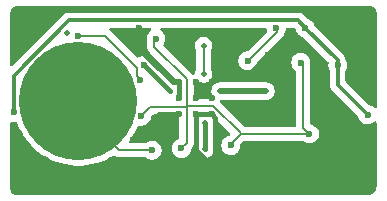
<source format=gbr>
%TF.GenerationSoftware,KiCad,Pcbnew,9.0.0*%
%TF.CreationDate,2025-06-27T23:21:56-04:00*%
%TF.ProjectId,microkey,6d696372-6f6b-4657-992e-6b696361645f,rev?*%
%TF.SameCoordinates,Original*%
%TF.FileFunction,Copper,L1,Top*%
%TF.FilePolarity,Positive*%
%FSLAX46Y46*%
G04 Gerber Fmt 4.6, Leading zero omitted, Abs format (unit mm)*
G04 Created by KiCad (PCBNEW 9.0.0) date 2025-06-27 23:21:56*
%MOMM*%
%LPD*%
G01*
G04 APERTURE LIST*
%TA.AperFunction,ComponentPad*%
%ADD10C,0.600000*%
%TD*%
%TA.AperFunction,SMDPad,CuDef*%
%ADD11C,10.000000*%
%TD*%
%TA.AperFunction,ComponentPad*%
%ADD12O,2.400000X1.200000*%
%TD*%
%TA.AperFunction,ViaPad*%
%ADD13C,0.600000*%
%TD*%
%TA.AperFunction,ViaPad*%
%ADD14C,0.500000*%
%TD*%
%TA.AperFunction,Conductor*%
%ADD15C,0.400000*%
%TD*%
%TA.AperFunction,Conductor*%
%ADD16C,0.300000*%
%TD*%
%TA.AperFunction,Conductor*%
%ADD17C,0.200000*%
%TD*%
%TA.AperFunction,Conductor*%
%ADD18C,0.500000*%
%TD*%
G04 APERTURE END LIST*
D10*
%TO.P,U1,61,GND*%
%TO.N,GND*%
X202690000Y-108175000D03*
X204065000Y-105425000D03*
X201315000Y-106800000D03*
X204065000Y-108175000D03*
X202690000Y-105425000D03*
X204065000Y-106800000D03*
X201315000Y-105425000D03*
X202690000Y-106800000D03*
X201315000Y-108175000D03*
%TD*%
D11*
%TO.P,J1,1,Pin_1*%
%TO.N,/GPIO10*%
X192760297Y-107000000D03*
%TD*%
D12*
%TO.P,USB1,26,SHELL*%
%TO.N,GND*%
X216349999Y-111275000D03*
%TO.P,USB1,25,SHELL*%
X216349999Y-102725000D03*
%TD*%
D13*
%TO.N,GND*%
X197925000Y-100849000D03*
%TO.N,VBUS*%
X187300000Y-108000000D03*
D14*
%TO.N,+1V1*%
X204775000Y-106200000D03*
X203500000Y-108900000D03*
X203350000Y-104750000D03*
D13*
%TO.N,GND*%
X198150000Y-102871740D03*
%TO.N,/RUN*%
X192750000Y-101500000D03*
X198000000Y-105250000D03*
%TO.N,GND*%
X197375000Y-110375000D03*
%TO.N,+1V1*%
X198314999Y-103999843D03*
%TO.N,GND*%
X213028798Y-104801385D03*
X217250000Y-109750000D03*
X217000000Y-104250000D03*
X196000000Y-114700000D03*
X211500000Y-111250000D03*
X192500000Y-99300000D03*
X204250000Y-99300000D03*
D14*
X191795685Y-101249000D03*
D13*
X216000000Y-103690000D03*
%TO.N,VBUS*%
X217240000Y-108200000D03*
%TO.N,GND*%
X207575000Y-114600000D03*
%TO.N,VBUS*%
X214720000Y-104010000D03*
%TO.N,GND*%
X213710000Y-100330000D03*
%TO.N,VBUS*%
X211970000Y-100850000D03*
%TO.N,GND*%
X208470000Y-112540000D03*
X208770000Y-103180000D03*
%TO.N,/VREG_AVDD*%
X209510000Y-100849000D03*
X207099733Y-103622821D03*
D14*
%TO.N,+1V1*%
X203498655Y-111098730D03*
X200540000Y-106165232D03*
X203350000Y-102350000D03*
%TO.N,GND*%
X197250000Y-112750000D03*
D13*
%TO.N,/GPIO10*%
X199000000Y-111200000D03*
D14*
%TO.N,+1V1*%
X208070000Y-106200000D03*
X208620000Y-106200000D03*
D13*
%TO.N,+3V3*%
X201480682Y-111057531D03*
X199325000Y-101750000D03*
X198096654Y-108331660D03*
X212320000Y-109830251D03*
X205660522Y-110805354D03*
X211591000Y-103781000D03*
%TD*%
D15*
%TO.N,GND*%
X200731520Y-105425000D02*
X201315000Y-105425000D01*
X198178260Y-102871740D02*
X200731520Y-105425000D01*
X198150000Y-102871740D02*
X198178260Y-102871740D01*
X197230000Y-101951740D02*
X197230000Y-101544000D01*
X198150000Y-102871740D02*
X197230000Y-101951740D01*
X197230000Y-101544000D02*
X197925000Y-100849000D01*
D16*
%TO.N,VBUS*%
X211319000Y-100199000D02*
X211970000Y-100850000D01*
X191993840Y-100199000D02*
X211319000Y-100199000D01*
X187300000Y-104892840D02*
X191993840Y-100199000D01*
X187300000Y-108000000D02*
X187300000Y-104892840D01*
D17*
%TO.N,+3V3*%
X201791000Y-107575000D02*
X201916000Y-107450000D01*
X198096654Y-108331660D02*
X198853314Y-107575000D01*
X198853314Y-107575000D02*
X201791000Y-107575000D01*
D18*
%TO.N,+1V1*%
X204775000Y-106200000D02*
X207950000Y-106200000D01*
D15*
X203500000Y-111097385D02*
X203500000Y-108900000D01*
X203498655Y-111098730D02*
X203500000Y-111097385D01*
D17*
X203350000Y-102350000D02*
X203350000Y-104750000D01*
D15*
%TO.N,GND*%
X206355000Y-113380000D02*
X204859271Y-113380000D01*
X204859271Y-113380000D02*
X204064635Y-112585365D01*
X207575000Y-114600000D02*
X206355000Y-113380000D01*
X207100000Y-104850000D02*
X208770000Y-103180000D01*
X204640000Y-104850000D02*
X207100000Y-104850000D01*
X202690000Y-106800000D02*
X204640000Y-104850000D01*
X201315000Y-108175000D02*
X199575000Y-108175000D01*
X199575000Y-108175000D02*
X197375000Y-110375000D01*
X201315000Y-106800000D02*
X201315000Y-105425000D01*
X202690000Y-111210729D02*
X204064635Y-112585365D01*
X202690000Y-108175000D02*
X204065000Y-108175000D01*
X202690000Y-108175000D02*
X202690000Y-111210729D01*
D17*
%TO.N,/RUN*%
X195000000Y-101500000D02*
X192750000Y-101500000D01*
X195250000Y-101750000D02*
X195000000Y-101500000D01*
X197714000Y-104964000D02*
X197714000Y-104214000D01*
X198000000Y-105250000D02*
X197714000Y-104964000D01*
X197714000Y-104214000D02*
X195250000Y-101750000D01*
%TO.N,/GPIO10*%
X192500000Y-107500000D02*
X192500000Y-107260297D01*
X199000000Y-111200000D02*
X196200000Y-111200000D01*
X192500000Y-107260297D02*
X192760297Y-107000000D01*
X196200000Y-111200000D02*
X192500000Y-107500000D01*
D16*
%TO.N,VBUS*%
X214720000Y-105680000D02*
X217240000Y-108200000D01*
X214720000Y-104010000D02*
X214720000Y-105680000D01*
X214720000Y-103600000D02*
X214720000Y-104010000D01*
X214720000Y-103600000D02*
X211970000Y-100850000D01*
D17*
%TO.N,GND*%
X215983500Y-109750000D02*
X215983500Y-110925001D01*
X215983500Y-109750000D02*
X215983500Y-110000001D01*
X215983500Y-110000001D02*
X216983500Y-111000001D01*
X215983500Y-110925001D02*
X216333499Y-111275000D01*
D18*
%TO.N,+1V1*%
X208070000Y-106200000D02*
X208620000Y-106200000D01*
D17*
%TO.N,+3V3*%
X201916000Y-110622213D02*
X201480682Y-111057531D01*
X205660522Y-110669478D02*
X205660522Y-110805354D01*
X201916000Y-107450000D02*
X204189943Y-107450000D01*
X206499749Y-109759806D02*
X206499749Y-109830251D01*
X211775000Y-103965000D02*
X211775000Y-109285251D01*
X211591000Y-103781000D02*
X211775000Y-103965000D01*
X204189943Y-107450000D02*
X206499749Y-109759806D01*
X201916000Y-107450000D02*
X201916000Y-110622213D01*
X212320000Y-109830251D02*
X206499749Y-109830251D01*
X211775000Y-109285251D02*
X212320000Y-109830251D01*
X206499749Y-109830251D02*
X205660522Y-110669478D01*
%TO.N,/VREG_AVDD*%
X209590000Y-101190000D02*
X207157179Y-103622821D01*
X209590000Y-100929000D02*
X209590000Y-101190000D01*
X209510000Y-100849000D02*
X209590000Y-100929000D01*
X207157179Y-103622821D02*
X207099733Y-103622821D01*
D15*
%TO.N,GND*%
X204365000Y-112285000D02*
X204064635Y-112585365D01*
X204065000Y-108175000D02*
X204365000Y-108475000D01*
X204365000Y-108475000D02*
X204365000Y-112285000D01*
%TO.N,+1V1*%
X198610156Y-104295000D02*
X198314999Y-103999843D01*
X198615000Y-104295000D02*
X198610156Y-104295000D01*
X200485232Y-106165232D02*
X198615000Y-104295000D01*
X200540000Y-106165232D02*
X200485232Y-106165232D01*
D17*
%TO.N,+3V3*%
X201916000Y-105176057D02*
X201916000Y-107450000D01*
X199189943Y-102450000D02*
X201916000Y-105176057D01*
X199189943Y-101885057D02*
X199189943Y-102450000D01*
X199325000Y-101750000D02*
X199189943Y-101885057D01*
%TD*%
%TA.AperFunction,Conductor*%
%TO.N,GND*%
G36*
X208621769Y-100858196D02*
G01*
X208651924Y-100864857D01*
X208655002Y-100867955D01*
X208659191Y-100869185D01*
X208679405Y-100892513D01*
X208701172Y-100914419D01*
X208703241Y-100920021D01*
X208704946Y-100921989D01*
X208711751Y-100943062D01*
X208713401Y-100947527D01*
X208713605Y-100948482D01*
X208740263Y-101082497D01*
X208744510Y-101092750D01*
X208746877Y-101103800D01*
X208741672Y-101173475D01*
X208713309Y-101217454D01*
X207144763Y-102786002D01*
X207083440Y-102819487D01*
X207057082Y-102822321D01*
X207020888Y-102822321D01*
X206866243Y-102853082D01*
X206866231Y-102853085D01*
X206720560Y-102913423D01*
X206720547Y-102913430D01*
X206589444Y-103001031D01*
X206589440Y-103001034D01*
X206477946Y-103112528D01*
X206477943Y-103112532D01*
X206390342Y-103243635D01*
X206390335Y-103243648D01*
X206329997Y-103389319D01*
X206329994Y-103389331D01*
X206299233Y-103543974D01*
X206299233Y-103701667D01*
X206329994Y-103856310D01*
X206329997Y-103856322D01*
X206390335Y-104001993D01*
X206390342Y-104002006D01*
X206477943Y-104133109D01*
X206477946Y-104133113D01*
X206589440Y-104244607D01*
X206589444Y-104244610D01*
X206720547Y-104332211D01*
X206720560Y-104332218D01*
X206858061Y-104389172D01*
X206866236Y-104392558D01*
X207020886Y-104423320D01*
X207020889Y-104423321D01*
X207020891Y-104423321D01*
X207178577Y-104423321D01*
X207178578Y-104423320D01*
X207333230Y-104392558D01*
X207478912Y-104332215D01*
X207610022Y-104244610D01*
X207721522Y-104133110D01*
X207809127Y-104002000D01*
X207869470Y-103856318D01*
X207886106Y-103772679D01*
X207918488Y-103710772D01*
X207919983Y-103709250D01*
X209948506Y-101680728D01*
X209948511Y-101680724D01*
X209958714Y-101670520D01*
X209958716Y-101670520D01*
X210070520Y-101558716D01*
X210149577Y-101421784D01*
X210184145Y-101292772D01*
X210200818Y-101255978D01*
X210219394Y-101228179D01*
X210279737Y-101082497D01*
X210293312Y-101014253D01*
X210306231Y-100949308D01*
X210338616Y-100887397D01*
X210399332Y-100852823D01*
X210427848Y-100849500D01*
X210998192Y-100849500D01*
X211027632Y-100858144D01*
X211057619Y-100864668D01*
X211062634Y-100868422D01*
X211065231Y-100869185D01*
X211085873Y-100885819D01*
X211152984Y-100952930D01*
X211186469Y-101014253D01*
X211186920Y-101016420D01*
X211200261Y-101083489D01*
X211200264Y-101083501D01*
X211260602Y-101229172D01*
X211260609Y-101229185D01*
X211348210Y-101360288D01*
X211348213Y-101360292D01*
X211459707Y-101471786D01*
X211459711Y-101471789D01*
X211590814Y-101559390D01*
X211590827Y-101559397D01*
X211678230Y-101595599D01*
X211736503Y-101619737D01*
X211803580Y-101633079D01*
X211865490Y-101665463D01*
X211867069Y-101667015D01*
X213907758Y-103707704D01*
X213941243Y-103769027D01*
X213941694Y-103819576D01*
X213919500Y-103931153D01*
X213919500Y-104088846D01*
X213950261Y-104243489D01*
X213950264Y-104243501D01*
X214010602Y-104389172D01*
X214010606Y-104389179D01*
X214048602Y-104446044D01*
X214069480Y-104512721D01*
X214069500Y-104514935D01*
X214069500Y-105744069D01*
X214072726Y-105760288D01*
X214075963Y-105776557D01*
X214075963Y-105776560D01*
X214094497Y-105869736D01*
X214094499Y-105869744D01*
X214126217Y-105946319D01*
X214143535Y-105988127D01*
X214214723Y-106094669D01*
X214214726Y-106094673D01*
X214214727Y-106094674D01*
X216422983Y-108302929D01*
X216456468Y-108364252D01*
X216456919Y-108366418D01*
X216470261Y-108433491D01*
X216470263Y-108433499D01*
X216530602Y-108579172D01*
X216530609Y-108579185D01*
X216618210Y-108710288D01*
X216618213Y-108710292D01*
X216729707Y-108821786D01*
X216729711Y-108821789D01*
X216860814Y-108909390D01*
X216860827Y-108909397D01*
X216967180Y-108953449D01*
X217006503Y-108969737D01*
X217146076Y-108997500D01*
X217161153Y-109000499D01*
X217161156Y-109000500D01*
X217161158Y-109000500D01*
X217318844Y-109000500D01*
X217318845Y-109000499D01*
X217473497Y-108969737D01*
X217619179Y-108909394D01*
X217750289Y-108821789D01*
X217757549Y-108814529D01*
X217787819Y-108784260D01*
X217849142Y-108750775D01*
X217918834Y-108755759D01*
X217974767Y-108797631D01*
X217999184Y-108863095D01*
X217999500Y-108871941D01*
X217999500Y-114243907D01*
X217998903Y-114256061D01*
X217986296Y-114384064D01*
X217981554Y-114407906D01*
X217945993Y-114525134D01*
X217936690Y-114547592D01*
X217878942Y-114655630D01*
X217865438Y-114675840D01*
X217787725Y-114770535D01*
X217770535Y-114787725D01*
X217675840Y-114865438D01*
X217655630Y-114878942D01*
X217547592Y-114936690D01*
X217525134Y-114945993D01*
X217407906Y-114981554D01*
X217384064Y-114986296D01*
X217256062Y-114998903D01*
X217243908Y-114999500D01*
X187506962Y-114999500D01*
X187493078Y-114998720D01*
X187480553Y-114997308D01*
X187402735Y-114988540D01*
X187375666Y-114982362D01*
X187296462Y-114954648D01*
X187271444Y-114942600D01*
X187200395Y-114897957D01*
X187178686Y-114880644D01*
X187119355Y-114821313D01*
X187102042Y-114799604D01*
X187057399Y-114728555D01*
X187045351Y-114703537D01*
X187017637Y-114624333D01*
X187011459Y-114597263D01*
X187005862Y-114547592D01*
X187001280Y-114506922D01*
X187000500Y-114493038D01*
X187000500Y-108907702D01*
X187020185Y-108840663D01*
X187072989Y-108794908D01*
X187142147Y-108784964D01*
X187148667Y-108786080D01*
X187205435Y-108797372D01*
X187221157Y-108800500D01*
X187221158Y-108800500D01*
X187378844Y-108800500D01*
X187442570Y-108787824D01*
X187512162Y-108794051D01*
X187567339Y-108836914D01*
X187584693Y-108871122D01*
X187595793Y-108905283D01*
X187595794Y-108905286D01*
X187761201Y-109304615D01*
X187957430Y-109689735D01*
X187957433Y-109689740D01*
X187957439Y-109689751D01*
X188183263Y-110058262D01*
X188183268Y-110058269D01*
X188183270Y-110058272D01*
X188210649Y-110095956D01*
X188437322Y-110407946D01*
X188437332Y-110407960D01*
X188627615Y-110630751D01*
X188718040Y-110736624D01*
X189023673Y-111042257D01*
X189023679Y-111042262D01*
X189352336Y-111322964D01*
X189352343Y-111322969D01*
X189702025Y-111577027D01*
X189702029Y-111577029D01*
X189702034Y-111577033D01*
X190070545Y-111802857D01*
X190070551Y-111802860D01*
X190070562Y-111802867D01*
X190455682Y-111999096D01*
X190855011Y-112164503D01*
X190855016Y-112164505D01*
X190959537Y-112198465D01*
X191266087Y-112298070D01*
X191686375Y-112398972D01*
X192113284Y-112466588D01*
X192544182Y-112500500D01*
X192544190Y-112500500D01*
X192976404Y-112500500D01*
X192976412Y-112500500D01*
X193407310Y-112466588D01*
X193834219Y-112398972D01*
X194254507Y-112298070D01*
X194665583Y-112164503D01*
X195064912Y-111999096D01*
X195450032Y-111802867D01*
X195678935Y-111662594D01*
X195746379Y-111644350D01*
X195809088Y-111662948D01*
X195821266Y-111670502D01*
X195831284Y-111680520D01*
X195918095Y-111730639D01*
X195919801Y-111731624D01*
X195919822Y-111731637D01*
X195956865Y-111753024D01*
X195968215Y-111759577D01*
X196120943Y-111800500D01*
X196279057Y-111800500D01*
X198420234Y-111800500D01*
X198487273Y-111820185D01*
X198489125Y-111821398D01*
X198620814Y-111909390D01*
X198620827Y-111909397D01*
X198766498Y-111969735D01*
X198766503Y-111969737D01*
X198914100Y-111999096D01*
X198921153Y-112000499D01*
X198921156Y-112000500D01*
X198921158Y-112000500D01*
X199078844Y-112000500D01*
X199078845Y-112000499D01*
X199233497Y-111969737D01*
X199379179Y-111909394D01*
X199510289Y-111821789D01*
X199621789Y-111710289D01*
X199709394Y-111579179D01*
X199769737Y-111433497D01*
X199800500Y-111278842D01*
X199800500Y-111121158D01*
X199800500Y-111121155D01*
X199800499Y-111121153D01*
X199790760Y-111072192D01*
X199769737Y-110966503D01*
X199769735Y-110966498D01*
X199709397Y-110820827D01*
X199709390Y-110820814D01*
X199621789Y-110689711D01*
X199621786Y-110689707D01*
X199510292Y-110578213D01*
X199510288Y-110578210D01*
X199379185Y-110490609D01*
X199379172Y-110490602D01*
X199233501Y-110430264D01*
X199233489Y-110430261D01*
X199078845Y-110399500D01*
X199078842Y-110399500D01*
X198921158Y-110399500D01*
X198921155Y-110399500D01*
X198766510Y-110430261D01*
X198766498Y-110430264D01*
X198620827Y-110490602D01*
X198620814Y-110490609D01*
X198489125Y-110578602D01*
X198422447Y-110599480D01*
X198420234Y-110599500D01*
X197187463Y-110599500D01*
X197120424Y-110579815D01*
X197074669Y-110527011D01*
X197064725Y-110457853D01*
X197087145Y-110402615D01*
X197132245Y-110340540D01*
X197337324Y-110058272D01*
X197563164Y-109689735D01*
X197759393Y-109304615D01*
X197806116Y-109191814D01*
X197849955Y-109137412D01*
X197916249Y-109115347D01*
X197944867Y-109117651D01*
X198017807Y-109132159D01*
X198017810Y-109132160D01*
X198017812Y-109132160D01*
X198175498Y-109132160D01*
X198175499Y-109132159D01*
X198330151Y-109101397D01*
X198475833Y-109041054D01*
X198606943Y-108953449D01*
X198718443Y-108841949D01*
X198806048Y-108710839D01*
X198866391Y-108565157D01*
X198894950Y-108421584D01*
X198897292Y-108409810D01*
X198906056Y-108393053D01*
X198910077Y-108374574D01*
X198928822Y-108349532D01*
X198929677Y-108347899D01*
X198931121Y-108346427D01*
X199065732Y-108211816D01*
X199127053Y-108178334D01*
X199153411Y-108175500D01*
X201191500Y-108175500D01*
X201258539Y-108195185D01*
X201304294Y-108247989D01*
X201315500Y-108299500D01*
X201315500Y-110176642D01*
X201295815Y-110243681D01*
X201243011Y-110289436D01*
X201238953Y-110291203D01*
X201101506Y-110348135D01*
X201101496Y-110348140D01*
X200970393Y-110435741D01*
X200970389Y-110435744D01*
X200858895Y-110547238D01*
X200858892Y-110547242D01*
X200771291Y-110678345D01*
X200771284Y-110678358D01*
X200710946Y-110824029D01*
X200710943Y-110824041D01*
X200680182Y-110978684D01*
X200680182Y-111136377D01*
X200710943Y-111291020D01*
X200710946Y-111291032D01*
X200771284Y-111436703D01*
X200771291Y-111436716D01*
X200858892Y-111567819D01*
X200858895Y-111567823D01*
X200970389Y-111679317D01*
X200970393Y-111679320D01*
X201101496Y-111766921D01*
X201101509Y-111766928D01*
X201188275Y-111802867D01*
X201247185Y-111827268D01*
X201357595Y-111849230D01*
X201401835Y-111858030D01*
X201401838Y-111858031D01*
X201401840Y-111858031D01*
X201559526Y-111858031D01*
X201559527Y-111858030D01*
X201714179Y-111827268D01*
X201859861Y-111766925D01*
X201990971Y-111679320D01*
X202102471Y-111567820D01*
X202190076Y-111436710D01*
X202250419Y-111291028D01*
X202281182Y-111136373D01*
X202281182Y-111136371D01*
X202281319Y-111135683D01*
X202313703Y-111073772D01*
X202315256Y-111072192D01*
X202345187Y-111042262D01*
X202396520Y-110990929D01*
X202475577Y-110853997D01*
X202516501Y-110701270D01*
X202516501Y-110543155D01*
X202516501Y-110535560D01*
X202516500Y-110535542D01*
X202516500Y-109061540D01*
X202522008Y-109042778D01*
X202522566Y-109023230D01*
X202531651Y-109009941D01*
X202536185Y-108994501D01*
X202550962Y-108981696D01*
X202562000Y-108965552D01*
X202576826Y-108959285D01*
X202588989Y-108948746D01*
X202608343Y-108945963D01*
X202626357Y-108938349D01*
X202642216Y-108941092D01*
X202658147Y-108938802D01*
X202675935Y-108946925D01*
X202695204Y-108950259D01*
X202707061Y-108961140D01*
X202721703Y-108967827D01*
X202732276Y-108984279D01*
X202746683Y-108997500D01*
X202755648Y-109020648D01*
X202759477Y-109026605D01*
X202760424Y-109030009D01*
X202761383Y-109033656D01*
X202778342Y-109118913D01*
X202793282Y-109154983D01*
X202795424Y-109163127D01*
X202795148Y-109172783D01*
X202799500Y-109194658D01*
X202799500Y-110800825D01*
X202790062Y-110848273D01*
X202776999Y-110879812D01*
X202776996Y-110879820D01*
X202776995Y-110879823D01*
X202748155Y-111024809D01*
X202748155Y-111024812D01*
X202748155Y-111172648D01*
X202748155Y-111172650D01*
X202748154Y-111172650D01*
X202776995Y-111317637D01*
X202776998Y-111317647D01*
X202833567Y-111454218D01*
X202833574Y-111454231D01*
X202915703Y-111577145D01*
X202915706Y-111577149D01*
X203020235Y-111681678D01*
X203020239Y-111681681D01*
X203143153Y-111763810D01*
X203143166Y-111763817D01*
X203237442Y-111802867D01*
X203279742Y-111820388D01*
X203279746Y-111820388D01*
X203279747Y-111820389D01*
X203424734Y-111849230D01*
X203424737Y-111849230D01*
X203572575Y-111849230D01*
X203670117Y-111829826D01*
X203717568Y-111820388D01*
X203846632Y-111766928D01*
X203854143Y-111763817D01*
X203854143Y-111763816D01*
X203854150Y-111763814D01*
X203977071Y-111681681D01*
X204081606Y-111577146D01*
X204163739Y-111454225D01*
X204220313Y-111317643D01*
X204246791Y-111184533D01*
X204249155Y-111172650D01*
X204249155Y-111024809D01*
X204220314Y-110879822D01*
X204220313Y-110879821D01*
X204220313Y-110879817D01*
X204209939Y-110854771D01*
X204200500Y-110807319D01*
X204200500Y-109194658D01*
X204209939Y-109147206D01*
X204216171Y-109132159D01*
X204221658Y-109118913D01*
X204231096Y-109071462D01*
X204250500Y-108973920D01*
X204250500Y-108826079D01*
X204221659Y-108681092D01*
X204221658Y-108681091D01*
X204221658Y-108681087D01*
X204212633Y-108659300D01*
X204205165Y-108589833D01*
X204236440Y-108527354D01*
X204296528Y-108491701D01*
X204366354Y-108494194D01*
X204414876Y-108524168D01*
X205598055Y-109707347D01*
X205602393Y-109715292D01*
X205609641Y-109720718D01*
X205618875Y-109745477D01*
X205631540Y-109768670D01*
X205630894Y-109777699D01*
X205634058Y-109786182D01*
X205628441Y-109812002D01*
X205626556Y-109838362D01*
X205620737Y-109847416D01*
X205619206Y-109854455D01*
X205598057Y-109882706D01*
X205475001Y-110005763D01*
X205431943Y-110031577D01*
X205432651Y-110033286D01*
X205281349Y-110095956D01*
X205281336Y-110095963D01*
X205150233Y-110183564D01*
X205150229Y-110183567D01*
X205038735Y-110295061D01*
X205038732Y-110295065D01*
X204951131Y-110426168D01*
X204951124Y-110426181D01*
X204890786Y-110571852D01*
X204890783Y-110571864D01*
X204860022Y-110726507D01*
X204860022Y-110884200D01*
X204890783Y-111038843D01*
X204890786Y-111038855D01*
X204951124Y-111184526D01*
X204951131Y-111184539D01*
X205038732Y-111315642D01*
X205038735Y-111315646D01*
X205150229Y-111427140D01*
X205150233Y-111427143D01*
X205281336Y-111514744D01*
X205281349Y-111514751D01*
X205409471Y-111567820D01*
X205427025Y-111575091D01*
X205581675Y-111605853D01*
X205581678Y-111605854D01*
X205581680Y-111605854D01*
X205739366Y-111605854D01*
X205739367Y-111605853D01*
X205894019Y-111575091D01*
X206039701Y-111514748D01*
X206170811Y-111427143D01*
X206282311Y-111315643D01*
X206369916Y-111184533D01*
X206430259Y-111038851D01*
X206461022Y-110884196D01*
X206461022Y-110769574D01*
X206480707Y-110702535D01*
X206497341Y-110681893D01*
X206712165Y-110467070D01*
X206773488Y-110433585D01*
X206799846Y-110430751D01*
X211740234Y-110430751D01*
X211807273Y-110450436D01*
X211809125Y-110451649D01*
X211940814Y-110539641D01*
X211940827Y-110539648D01*
X212085325Y-110599500D01*
X212086503Y-110599988D01*
X212241153Y-110630750D01*
X212241156Y-110630751D01*
X212241158Y-110630751D01*
X212398844Y-110630751D01*
X212398845Y-110630750D01*
X212553497Y-110599988D01*
X212699179Y-110539645D01*
X212830289Y-110452040D01*
X212941789Y-110340540D01*
X213029394Y-110209430D01*
X213089737Y-110063748D01*
X213120500Y-109909093D01*
X213120500Y-109751409D01*
X213120500Y-109751406D01*
X213120499Y-109751404D01*
X213089738Y-109596761D01*
X213089737Y-109596754D01*
X213089735Y-109596749D01*
X213029397Y-109451078D01*
X213029390Y-109451065D01*
X212941789Y-109319962D01*
X212941786Y-109319958D01*
X212830292Y-109208464D01*
X212830288Y-109208461D01*
X212699185Y-109120860D01*
X212699172Y-109120853D01*
X212553501Y-109060515D01*
X212553492Y-109060513D01*
X212475307Y-109044960D01*
X212413397Y-109012574D01*
X212378823Y-108951858D01*
X212375500Y-108923343D01*
X212375500Y-103952490D01*
X212377883Y-103928298D01*
X212391500Y-103859844D01*
X212391500Y-103702155D01*
X212391499Y-103702153D01*
X212360738Y-103547510D01*
X212360737Y-103547503D01*
X212336734Y-103489554D01*
X212300397Y-103401827D01*
X212300390Y-103401814D01*
X212212789Y-103270711D01*
X212212786Y-103270707D01*
X212101292Y-103159213D01*
X212101288Y-103159210D01*
X211970185Y-103071609D01*
X211970172Y-103071602D01*
X211824501Y-103011264D01*
X211824489Y-103011261D01*
X211669845Y-102980500D01*
X211669842Y-102980500D01*
X211512158Y-102980500D01*
X211512155Y-102980500D01*
X211357510Y-103011261D01*
X211357498Y-103011264D01*
X211211827Y-103071602D01*
X211211814Y-103071609D01*
X211080711Y-103159210D01*
X211080707Y-103159213D01*
X210969213Y-103270707D01*
X210969210Y-103270711D01*
X210881609Y-103401814D01*
X210881602Y-103401827D01*
X210821264Y-103547498D01*
X210821261Y-103547510D01*
X210790500Y-103702153D01*
X210790500Y-103859846D01*
X210821261Y-104014489D01*
X210821264Y-104014501D01*
X210881602Y-104160172D01*
X210881609Y-104160185D01*
X210969210Y-104291288D01*
X210969213Y-104291292D01*
X211080705Y-104402784D01*
X211080710Y-104402788D01*
X211080711Y-104402789D01*
X211119389Y-104428633D01*
X211164195Y-104482244D01*
X211174500Y-104531735D01*
X211174500Y-109105751D01*
X211154815Y-109172790D01*
X211102011Y-109218545D01*
X211050500Y-109229751D01*
X206870291Y-109229751D01*
X206803252Y-109210066D01*
X206782610Y-109193432D01*
X204751359Y-107162181D01*
X204717874Y-107100858D01*
X204722858Y-107031166D01*
X204764730Y-106975233D01*
X204830194Y-106950816D01*
X204839040Y-106950500D01*
X208693920Y-106950500D01*
X208791462Y-106931096D01*
X208838913Y-106921658D01*
X208975495Y-106865084D01*
X209098416Y-106782951D01*
X209202951Y-106678416D01*
X209285084Y-106555495D01*
X209341658Y-106418913D01*
X209370500Y-106273918D01*
X209370500Y-106126082D01*
X209370500Y-106126079D01*
X209341659Y-105981092D01*
X209341658Y-105981091D01*
X209341658Y-105981087D01*
X209341656Y-105981082D01*
X209285087Y-105844511D01*
X209285080Y-105844498D01*
X209202951Y-105721584D01*
X209202948Y-105721580D01*
X209098419Y-105617051D01*
X209098415Y-105617048D01*
X208975501Y-105534919D01*
X208975488Y-105534912D01*
X208838917Y-105478343D01*
X208838907Y-105478340D01*
X208693920Y-105449500D01*
X208693918Y-105449500D01*
X208143918Y-105449500D01*
X208023918Y-105449500D01*
X204848918Y-105449500D01*
X204701082Y-105449500D01*
X204701080Y-105449500D01*
X204556092Y-105478340D01*
X204556082Y-105478343D01*
X204419511Y-105534912D01*
X204419498Y-105534919D01*
X204296584Y-105617048D01*
X204296580Y-105617051D01*
X204192051Y-105721580D01*
X204192048Y-105721584D01*
X204109919Y-105844498D01*
X204109912Y-105844511D01*
X204053343Y-105981082D01*
X204053340Y-105981092D01*
X204024500Y-106126079D01*
X204024500Y-106126082D01*
X204024500Y-106273918D01*
X204024500Y-106273920D01*
X204024499Y-106273920D01*
X204053340Y-106418907D01*
X204053343Y-106418917D01*
X204109912Y-106555488D01*
X204109919Y-106555501D01*
X204177478Y-106656609D01*
X204198356Y-106723286D01*
X204179872Y-106790667D01*
X204127893Y-106837357D01*
X204074376Y-106849500D01*
X202640500Y-106849500D01*
X202573461Y-106829815D01*
X202527706Y-106777011D01*
X202516500Y-106725500D01*
X202516500Y-105265074D01*
X202516501Y-105262175D01*
X202521468Y-105245278D01*
X202518187Y-105244732D01*
X202518188Y-105244726D01*
X202521470Y-105245273D01*
X202526432Y-105228395D01*
X202536186Y-105195179D01*
X202536202Y-105195164D01*
X202536209Y-105195143D01*
X202563592Y-105171431D01*
X202588990Y-105149424D01*
X202589010Y-105149421D01*
X202589028Y-105149406D01*
X202624308Y-105144345D01*
X202658148Y-105139480D01*
X202658168Y-105139489D01*
X202658190Y-105139486D01*
X202689717Y-105153897D01*
X202721704Y-105168505D01*
X202721723Y-105168527D01*
X202721736Y-105168533D01*
X202721755Y-105168563D01*
X202743603Y-105193327D01*
X202767048Y-105228416D01*
X202871580Y-105332948D01*
X202871584Y-105332951D01*
X202994498Y-105415080D01*
X202994511Y-105415087D01*
X203078307Y-105449796D01*
X203131087Y-105471658D01*
X203131091Y-105471658D01*
X203131092Y-105471659D01*
X203276079Y-105500500D01*
X203276082Y-105500500D01*
X203423920Y-105500500D01*
X203535321Y-105478340D01*
X203568913Y-105471658D01*
X203705495Y-105415084D01*
X203828416Y-105332951D01*
X203932951Y-105228416D01*
X204015084Y-105105495D01*
X204071658Y-104968913D01*
X204100500Y-104823918D01*
X204100500Y-104676082D01*
X204100500Y-104676079D01*
X204071659Y-104531092D01*
X204071658Y-104531091D01*
X204071658Y-104531087D01*
X204015084Y-104394505D01*
X203971396Y-104329121D01*
X203950520Y-104262444D01*
X203950500Y-104260232D01*
X203950500Y-102839767D01*
X203970185Y-102772728D01*
X203971398Y-102770876D01*
X204015080Y-102705501D01*
X204015080Y-102705500D01*
X204015084Y-102705495D01*
X204071658Y-102568913D01*
X204100500Y-102423918D01*
X204100500Y-102276082D01*
X204100500Y-102276079D01*
X204071659Y-102131092D01*
X204071658Y-102131091D01*
X204071658Y-102131087D01*
X204054921Y-102090680D01*
X204015087Y-101994511D01*
X204015080Y-101994498D01*
X203932951Y-101871584D01*
X203932948Y-101871580D01*
X203828419Y-101767051D01*
X203828415Y-101767048D01*
X203705501Y-101684919D01*
X203705488Y-101684912D01*
X203568917Y-101628343D01*
X203568907Y-101628340D01*
X203423920Y-101599500D01*
X203423918Y-101599500D01*
X203276082Y-101599500D01*
X203276080Y-101599500D01*
X203131092Y-101628340D01*
X203131082Y-101628343D01*
X202994511Y-101684912D01*
X202994498Y-101684919D01*
X202871584Y-101767048D01*
X202871580Y-101767051D01*
X202767051Y-101871580D01*
X202767048Y-101871584D01*
X202684919Y-101994498D01*
X202684912Y-101994511D01*
X202628343Y-102131082D01*
X202628340Y-102131092D01*
X202599500Y-102276079D01*
X202599500Y-102276082D01*
X202599500Y-102423918D01*
X202599500Y-102423920D01*
X202599499Y-102423920D01*
X202628340Y-102568907D01*
X202628343Y-102568917D01*
X202684912Y-102705488D01*
X202684919Y-102705501D01*
X202728602Y-102770876D01*
X202749480Y-102837553D01*
X202749500Y-102839767D01*
X202749500Y-104260232D01*
X202729815Y-104327271D01*
X202728603Y-104329122D01*
X202684914Y-104394508D01*
X202628343Y-104531082D01*
X202628340Y-104531092D01*
X202599500Y-104676079D01*
X202599500Y-104710959D01*
X202579815Y-104777998D01*
X202527011Y-104823753D01*
X202457853Y-104833697D01*
X202394297Y-104804672D01*
X202387819Y-104798640D01*
X199979766Y-102390587D01*
X199946281Y-102329264D01*
X199951265Y-102259572D01*
X199964345Y-102234015D01*
X200034390Y-102129185D01*
X200034390Y-102129184D01*
X200034394Y-102129179D01*
X200094737Y-101983497D01*
X200125500Y-101828842D01*
X200125500Y-101671158D01*
X200125500Y-101671155D01*
X200125499Y-101671153D01*
X200117925Y-101633078D01*
X200094737Y-101516503D01*
X200055504Y-101421785D01*
X200034397Y-101370827D01*
X200034390Y-101370814D01*
X199946789Y-101239711D01*
X199946786Y-101239707D01*
X199835292Y-101128213D01*
X199835288Y-101128210D01*
X199758052Y-101076602D01*
X199713247Y-101022989D01*
X199704540Y-100953664D01*
X199734695Y-100890637D01*
X199794138Y-100853918D01*
X199826943Y-100849500D01*
X208592152Y-100849500D01*
X208621769Y-100858196D01*
G37*
%TD.AperFunction*%
%TA.AperFunction,Conductor*%
G36*
X203078768Y-108070185D02*
G01*
X203124523Y-108122989D01*
X203134467Y-108192147D01*
X203105442Y-108255703D01*
X203080620Y-108277602D01*
X203021584Y-108317048D01*
X203021580Y-108317051D01*
X202917051Y-108421580D01*
X202917048Y-108421584D01*
X202834919Y-108544498D01*
X202834912Y-108544511D01*
X202778343Y-108681082D01*
X202778340Y-108681092D01*
X202762117Y-108762651D01*
X202729732Y-108824562D01*
X202669016Y-108859136D01*
X202599246Y-108855395D01*
X202542575Y-108814529D01*
X202516993Y-108749510D01*
X202516500Y-108738459D01*
X202516500Y-108174500D01*
X202536185Y-108107461D01*
X202588989Y-108061706D01*
X202640500Y-108050500D01*
X203011729Y-108050500D01*
X203078768Y-108070185D01*
G37*
%TD.AperFunction*%
%TA.AperFunction,Conductor*%
G36*
X217506922Y-99001280D02*
G01*
X217597266Y-99011459D01*
X217624331Y-99017636D01*
X217703540Y-99045352D01*
X217728553Y-99057398D01*
X217799606Y-99102043D01*
X217821313Y-99119355D01*
X217880644Y-99178686D01*
X217897957Y-99200395D01*
X217942600Y-99271444D01*
X217954648Y-99296462D01*
X217982362Y-99375666D01*
X217988540Y-99402735D01*
X217998720Y-99493076D01*
X217999500Y-99506961D01*
X217999500Y-107528059D01*
X217979815Y-107595098D01*
X217927011Y-107640853D01*
X217857853Y-107650797D01*
X217794297Y-107621772D01*
X217787819Y-107615740D01*
X217750292Y-107578213D01*
X217750288Y-107578210D01*
X217619185Y-107490609D01*
X217619172Y-107490602D01*
X217473499Y-107430263D01*
X217473491Y-107430261D01*
X217406418Y-107416919D01*
X217344507Y-107384534D01*
X217342929Y-107382983D01*
X215406819Y-105446873D01*
X215373334Y-105385550D01*
X215370500Y-105359192D01*
X215370500Y-104514935D01*
X215390185Y-104447896D01*
X215391366Y-104446090D01*
X215429394Y-104389179D01*
X215489737Y-104243497D01*
X215520500Y-104088842D01*
X215520500Y-103931158D01*
X215520500Y-103931155D01*
X215520499Y-103931153D01*
X215506315Y-103859846D01*
X215489737Y-103776503D01*
X215458941Y-103702155D01*
X215429397Y-103630828D01*
X215429396Y-103630827D01*
X215429394Y-103630821D01*
X215386113Y-103566046D01*
X215367599Y-103521348D01*
X215361274Y-103489550D01*
X215345501Y-103410256D01*
X215296465Y-103291873D01*
X215264238Y-103243642D01*
X215225276Y-103185330D01*
X215225274Y-103185328D01*
X215225272Y-103185325D01*
X215225271Y-103185324D01*
X212787014Y-100747068D01*
X212753529Y-100685745D01*
X212753105Y-100683714D01*
X212739737Y-100616503D01*
X212715599Y-100558230D01*
X212679397Y-100470827D01*
X212679390Y-100470814D01*
X212591789Y-100339711D01*
X212591786Y-100339707D01*
X212480292Y-100228213D01*
X212480288Y-100228210D01*
X212349185Y-100140609D01*
X212349172Y-100140602D01*
X212203501Y-100080264D01*
X212203489Y-100080261D01*
X212136420Y-100066920D01*
X212074509Y-100034535D01*
X212072930Y-100032984D01*
X211733674Y-99693727D01*
X211733673Y-99693726D01*
X211627131Y-99622538D01*
X211627127Y-99622535D01*
X211627122Y-99622533D01*
X211508744Y-99573499D01*
X211508738Y-99573497D01*
X211383071Y-99548500D01*
X211383069Y-99548500D01*
X191929771Y-99548500D01*
X191929769Y-99548500D01*
X191804101Y-99573497D01*
X191804095Y-99573499D01*
X191685715Y-99622533D01*
X191685706Y-99622538D01*
X191579171Y-99693723D01*
X191579167Y-99693726D01*
X187212181Y-104060713D01*
X187150858Y-104094198D01*
X187081166Y-104089214D01*
X187025233Y-104047342D01*
X187000816Y-103981878D01*
X187000500Y-103973032D01*
X187000500Y-99506961D01*
X187001280Y-99493077D01*
X187001280Y-99493076D01*
X187011460Y-99402729D01*
X187017635Y-99375670D01*
X187045353Y-99296456D01*
X187057396Y-99271450D01*
X187102046Y-99200389D01*
X187119351Y-99178690D01*
X187178690Y-99119351D01*
X187200389Y-99102046D01*
X187271450Y-99057396D01*
X187296456Y-99045353D01*
X187375670Y-99017635D01*
X187402733Y-99011459D01*
X187465419Y-99004396D01*
X187493079Y-99001280D01*
X187506962Y-99000500D01*
X187565892Y-99000500D01*
X217434108Y-99000500D01*
X217493038Y-99000500D01*
X217506922Y-99001280D01*
G37*
%TD.AperFunction*%
%TA.AperFunction,Conductor*%
G36*
X198890096Y-100869185D02*
G01*
X198935851Y-100921989D01*
X198945795Y-100991147D01*
X198916770Y-101054703D01*
X198891948Y-101076602D01*
X198814711Y-101128210D01*
X198814707Y-101128213D01*
X198703213Y-101239707D01*
X198703210Y-101239711D01*
X198615609Y-101370814D01*
X198615602Y-101370827D01*
X198555264Y-101516498D01*
X198555261Y-101516510D01*
X198524500Y-101671153D01*
X198524500Y-101828846D01*
X198555261Y-101983489D01*
X198555264Y-101983501D01*
X198580004Y-102043228D01*
X198589443Y-102090680D01*
X198589443Y-102363330D01*
X198589442Y-102363348D01*
X198589442Y-102529054D01*
X198589441Y-102529054D01*
X198630367Y-102681787D01*
X198644054Y-102705493D01*
X198644055Y-102705495D01*
X198709420Y-102818712D01*
X198709424Y-102818717D01*
X198828292Y-102937585D01*
X198828298Y-102937590D01*
X201279181Y-105388473D01*
X201293884Y-105415400D01*
X201310477Y-105441219D01*
X201311368Y-105447419D01*
X201312666Y-105449796D01*
X201315500Y-105476154D01*
X201315500Y-105580002D01*
X201295815Y-105647041D01*
X201243011Y-105692796D01*
X201173853Y-105702740D01*
X201110297Y-105673715D01*
X201103819Y-105667683D01*
X201018419Y-105582283D01*
X201018415Y-105582280D01*
X200895501Y-105500151D01*
X200895492Y-105500146D01*
X200773705Y-105449701D01*
X200733477Y-105422821D01*
X199107644Y-103796987D01*
X199080767Y-103756764D01*
X199024393Y-103620664D01*
X199024391Y-103620661D01*
X199024389Y-103620657D01*
X198936788Y-103489554D01*
X198936785Y-103489550D01*
X198825291Y-103378056D01*
X198825287Y-103378053D01*
X198694184Y-103290452D01*
X198694171Y-103290445D01*
X198548500Y-103230107D01*
X198548488Y-103230104D01*
X198393844Y-103199343D01*
X198393841Y-103199343D01*
X198236157Y-103199343D01*
X198236154Y-103199343D01*
X198081509Y-103230104D01*
X198081497Y-103230107D01*
X197935826Y-103290445D01*
X197935813Y-103290452D01*
X197842913Y-103352527D01*
X197776235Y-103373405D01*
X197708855Y-103354921D01*
X197686341Y-103337106D01*
X195487590Y-101138355D01*
X195480521Y-101131286D01*
X195480520Y-101131284D01*
X195410414Y-101061178D01*
X195384792Y-101014253D01*
X195376932Y-100999858D01*
X195376960Y-100999473D01*
X195377555Y-100991147D01*
X195381916Y-100930166D01*
X195413933Y-100887397D01*
X195423788Y-100874232D01*
X195471468Y-100856448D01*
X195489252Y-100849816D01*
X195498098Y-100849500D01*
X198823057Y-100849500D01*
X198890096Y-100869185D01*
G37*
%TD.AperFunction*%
%TD*%
M02*

</source>
